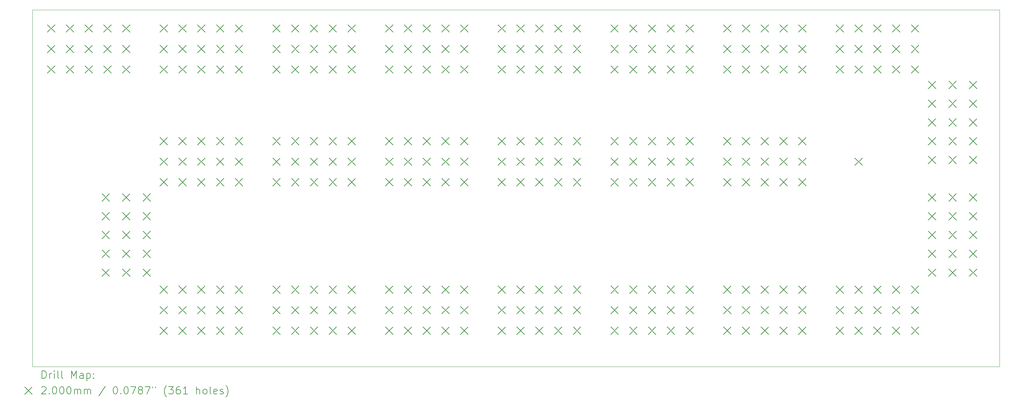
<source format=gbr>
%TF.GenerationSoftware,KiCad,Pcbnew,8.0.5*%
%TF.CreationDate,2024-12-08T15:38:28-05:00*%
%TF.ProjectId,Cribbage,43726962-6261-4676-952e-6b696361645f,rev?*%
%TF.SameCoordinates,Original*%
%TF.FileFunction,Drillmap*%
%TF.FilePolarity,Positive*%
%FSLAX45Y45*%
G04 Gerber Fmt 4.5, Leading zero omitted, Abs format (unit mm)*
G04 Created by KiCad (PCBNEW 8.0.5) date 2024-12-08 15:38:28*
%MOMM*%
%LPD*%
G01*
G04 APERTURE LIST*
%ADD10C,0.050000*%
%ADD11C,0.200000*%
G04 APERTURE END LIST*
D10*
X2000000Y-1955000D02*
X27750000Y-1955000D01*
X27750000Y-11455000D01*
X2000000Y-11455000D01*
X2000000Y-1955000D01*
D11*
X2400000Y-2355000D02*
X2600000Y-2555000D01*
X2600000Y-2355000D02*
X2400000Y-2555000D01*
X2400000Y-2900000D02*
X2600000Y-3100000D01*
X2600000Y-2900000D02*
X2400000Y-3100000D01*
X2400000Y-3445000D02*
X2600000Y-3645000D01*
X2600000Y-3445000D02*
X2400000Y-3645000D01*
X2900000Y-2355000D02*
X3100000Y-2555000D01*
X3100000Y-2355000D02*
X2900000Y-2555000D01*
X2900000Y-2900000D02*
X3100000Y-3100000D01*
X3100000Y-2900000D02*
X2900000Y-3100000D01*
X2900000Y-3445000D02*
X3100000Y-3645000D01*
X3100000Y-3445000D02*
X2900000Y-3645000D01*
X3400000Y-2355000D02*
X3600000Y-2555000D01*
X3600000Y-2355000D02*
X3400000Y-2555000D01*
X3400000Y-2900000D02*
X3600000Y-3100000D01*
X3600000Y-2900000D02*
X3400000Y-3100000D01*
X3400000Y-3445000D02*
X3600000Y-3645000D01*
X3600000Y-3445000D02*
X3400000Y-3645000D01*
X3855000Y-6855000D02*
X4055000Y-7055000D01*
X4055000Y-6855000D02*
X3855000Y-7055000D01*
X3855000Y-7355000D02*
X4055000Y-7555000D01*
X4055000Y-7355000D02*
X3855000Y-7555000D01*
X3855000Y-7855000D02*
X4055000Y-8055000D01*
X4055000Y-7855000D02*
X3855000Y-8055000D01*
X3855000Y-8355000D02*
X4055000Y-8555000D01*
X4055000Y-8355000D02*
X3855000Y-8555000D01*
X3855000Y-8855000D02*
X4055000Y-9055000D01*
X4055000Y-8855000D02*
X3855000Y-9055000D01*
X3900000Y-2355000D02*
X4100000Y-2555000D01*
X4100000Y-2355000D02*
X3900000Y-2555000D01*
X3900000Y-2900000D02*
X4100000Y-3100000D01*
X4100000Y-2900000D02*
X3900000Y-3100000D01*
X3900000Y-3445000D02*
X4100000Y-3645000D01*
X4100000Y-3445000D02*
X3900000Y-3645000D01*
X4400000Y-2355000D02*
X4600000Y-2555000D01*
X4600000Y-2355000D02*
X4400000Y-2555000D01*
X4400000Y-2900000D02*
X4600000Y-3100000D01*
X4600000Y-2900000D02*
X4400000Y-3100000D01*
X4400000Y-3445000D02*
X4600000Y-3645000D01*
X4600000Y-3445000D02*
X4400000Y-3645000D01*
X4400000Y-6855000D02*
X4600000Y-7055000D01*
X4600000Y-6855000D02*
X4400000Y-7055000D01*
X4400000Y-7355000D02*
X4600000Y-7555000D01*
X4600000Y-7355000D02*
X4400000Y-7555000D01*
X4400000Y-7855000D02*
X4600000Y-8055000D01*
X4600000Y-7855000D02*
X4400000Y-8055000D01*
X4400000Y-8355000D02*
X4600000Y-8555000D01*
X4600000Y-8355000D02*
X4400000Y-8555000D01*
X4400000Y-8855000D02*
X4600000Y-9055000D01*
X4600000Y-8855000D02*
X4400000Y-9055000D01*
X4945000Y-6855000D02*
X5145000Y-7055000D01*
X5145000Y-6855000D02*
X4945000Y-7055000D01*
X4945000Y-7355000D02*
X5145000Y-7555000D01*
X5145000Y-7355000D02*
X4945000Y-7555000D01*
X4945000Y-7855000D02*
X5145000Y-8055000D01*
X5145000Y-7855000D02*
X4945000Y-8055000D01*
X4945000Y-8355000D02*
X5145000Y-8555000D01*
X5145000Y-8355000D02*
X4945000Y-8555000D01*
X4945000Y-8855000D02*
X5145000Y-9055000D01*
X5145000Y-8855000D02*
X4945000Y-9055000D01*
X5400000Y-2355000D02*
X5600000Y-2555000D01*
X5600000Y-2355000D02*
X5400000Y-2555000D01*
X5400000Y-2900000D02*
X5600000Y-3100000D01*
X5600000Y-2900000D02*
X5400000Y-3100000D01*
X5400000Y-3445000D02*
X5600000Y-3645000D01*
X5600000Y-3445000D02*
X5400000Y-3645000D01*
X5400000Y-5355000D02*
X5600000Y-5555000D01*
X5600000Y-5355000D02*
X5400000Y-5555000D01*
X5400000Y-5900000D02*
X5600000Y-6100000D01*
X5600000Y-5900000D02*
X5400000Y-6100000D01*
X5400000Y-6445000D02*
X5600000Y-6645000D01*
X5600000Y-6445000D02*
X5400000Y-6645000D01*
X5400000Y-9310000D02*
X5600000Y-9510000D01*
X5600000Y-9310000D02*
X5400000Y-9510000D01*
X5400000Y-9855000D02*
X5600000Y-10055000D01*
X5600000Y-9855000D02*
X5400000Y-10055000D01*
X5400000Y-10400000D02*
X5600000Y-10600000D01*
X5600000Y-10400000D02*
X5400000Y-10600000D01*
X5900000Y-2355000D02*
X6100000Y-2555000D01*
X6100000Y-2355000D02*
X5900000Y-2555000D01*
X5900000Y-2900000D02*
X6100000Y-3100000D01*
X6100000Y-2900000D02*
X5900000Y-3100000D01*
X5900000Y-3445000D02*
X6100000Y-3645000D01*
X6100000Y-3445000D02*
X5900000Y-3645000D01*
X5900000Y-5355000D02*
X6100000Y-5555000D01*
X6100000Y-5355000D02*
X5900000Y-5555000D01*
X5900000Y-5900000D02*
X6100000Y-6100000D01*
X6100000Y-5900000D02*
X5900000Y-6100000D01*
X5900000Y-6445000D02*
X6100000Y-6645000D01*
X6100000Y-6445000D02*
X5900000Y-6645000D01*
X5900000Y-9310000D02*
X6100000Y-9510000D01*
X6100000Y-9310000D02*
X5900000Y-9510000D01*
X5900000Y-9855000D02*
X6100000Y-10055000D01*
X6100000Y-9855000D02*
X5900000Y-10055000D01*
X5900000Y-10400000D02*
X6100000Y-10600000D01*
X6100000Y-10400000D02*
X5900000Y-10600000D01*
X6400000Y-2355000D02*
X6600000Y-2555000D01*
X6600000Y-2355000D02*
X6400000Y-2555000D01*
X6400000Y-2900000D02*
X6600000Y-3100000D01*
X6600000Y-2900000D02*
X6400000Y-3100000D01*
X6400000Y-3445000D02*
X6600000Y-3645000D01*
X6600000Y-3445000D02*
X6400000Y-3645000D01*
X6400000Y-5355000D02*
X6600000Y-5555000D01*
X6600000Y-5355000D02*
X6400000Y-5555000D01*
X6400000Y-5900000D02*
X6600000Y-6100000D01*
X6600000Y-5900000D02*
X6400000Y-6100000D01*
X6400000Y-6445000D02*
X6600000Y-6645000D01*
X6600000Y-6445000D02*
X6400000Y-6645000D01*
X6400000Y-9310000D02*
X6600000Y-9510000D01*
X6600000Y-9310000D02*
X6400000Y-9510000D01*
X6400000Y-9855000D02*
X6600000Y-10055000D01*
X6600000Y-9855000D02*
X6400000Y-10055000D01*
X6400000Y-10400000D02*
X6600000Y-10600000D01*
X6600000Y-10400000D02*
X6400000Y-10600000D01*
X6900000Y-2355000D02*
X7100000Y-2555000D01*
X7100000Y-2355000D02*
X6900000Y-2555000D01*
X6900000Y-2900000D02*
X7100000Y-3100000D01*
X7100000Y-2900000D02*
X6900000Y-3100000D01*
X6900000Y-3445000D02*
X7100000Y-3645000D01*
X7100000Y-3445000D02*
X6900000Y-3645000D01*
X6900000Y-5355000D02*
X7100000Y-5555000D01*
X7100000Y-5355000D02*
X6900000Y-5555000D01*
X6900000Y-5900000D02*
X7100000Y-6100000D01*
X7100000Y-5900000D02*
X6900000Y-6100000D01*
X6900000Y-6445000D02*
X7100000Y-6645000D01*
X7100000Y-6445000D02*
X6900000Y-6645000D01*
X6900000Y-9310000D02*
X7100000Y-9510000D01*
X7100000Y-9310000D02*
X6900000Y-9510000D01*
X6900000Y-9855000D02*
X7100000Y-10055000D01*
X7100000Y-9855000D02*
X6900000Y-10055000D01*
X6900000Y-10400000D02*
X7100000Y-10600000D01*
X7100000Y-10400000D02*
X6900000Y-10600000D01*
X7400000Y-2355000D02*
X7600000Y-2555000D01*
X7600000Y-2355000D02*
X7400000Y-2555000D01*
X7400000Y-2900000D02*
X7600000Y-3100000D01*
X7600000Y-2900000D02*
X7400000Y-3100000D01*
X7400000Y-3445000D02*
X7600000Y-3645000D01*
X7600000Y-3445000D02*
X7400000Y-3645000D01*
X7400000Y-5355000D02*
X7600000Y-5555000D01*
X7600000Y-5355000D02*
X7400000Y-5555000D01*
X7400000Y-5900000D02*
X7600000Y-6100000D01*
X7600000Y-5900000D02*
X7400000Y-6100000D01*
X7400000Y-6445000D02*
X7600000Y-6645000D01*
X7600000Y-6445000D02*
X7400000Y-6645000D01*
X7400000Y-9310000D02*
X7600000Y-9510000D01*
X7600000Y-9310000D02*
X7400000Y-9510000D01*
X7400000Y-9855000D02*
X7600000Y-10055000D01*
X7600000Y-9855000D02*
X7400000Y-10055000D01*
X7400000Y-10400000D02*
X7600000Y-10600000D01*
X7600000Y-10400000D02*
X7400000Y-10600000D01*
X8400000Y-2355000D02*
X8600000Y-2555000D01*
X8600000Y-2355000D02*
X8400000Y-2555000D01*
X8400000Y-2900000D02*
X8600000Y-3100000D01*
X8600000Y-2900000D02*
X8400000Y-3100000D01*
X8400000Y-3445000D02*
X8600000Y-3645000D01*
X8600000Y-3445000D02*
X8400000Y-3645000D01*
X8400000Y-5355000D02*
X8600000Y-5555000D01*
X8600000Y-5355000D02*
X8400000Y-5555000D01*
X8400000Y-5900000D02*
X8600000Y-6100000D01*
X8600000Y-5900000D02*
X8400000Y-6100000D01*
X8400000Y-6445000D02*
X8600000Y-6645000D01*
X8600000Y-6445000D02*
X8400000Y-6645000D01*
X8400000Y-9310000D02*
X8600000Y-9510000D01*
X8600000Y-9310000D02*
X8400000Y-9510000D01*
X8400000Y-9855000D02*
X8600000Y-10055000D01*
X8600000Y-9855000D02*
X8400000Y-10055000D01*
X8400000Y-10400000D02*
X8600000Y-10600000D01*
X8600000Y-10400000D02*
X8400000Y-10600000D01*
X8900000Y-2355000D02*
X9100000Y-2555000D01*
X9100000Y-2355000D02*
X8900000Y-2555000D01*
X8900000Y-2900000D02*
X9100000Y-3100000D01*
X9100000Y-2900000D02*
X8900000Y-3100000D01*
X8900000Y-3445000D02*
X9100000Y-3645000D01*
X9100000Y-3445000D02*
X8900000Y-3645000D01*
X8900000Y-5355000D02*
X9100000Y-5555000D01*
X9100000Y-5355000D02*
X8900000Y-5555000D01*
X8900000Y-5900000D02*
X9100000Y-6100000D01*
X9100000Y-5900000D02*
X8900000Y-6100000D01*
X8900000Y-6445000D02*
X9100000Y-6645000D01*
X9100000Y-6445000D02*
X8900000Y-6645000D01*
X8900000Y-9310000D02*
X9100000Y-9510000D01*
X9100000Y-9310000D02*
X8900000Y-9510000D01*
X8900000Y-9855000D02*
X9100000Y-10055000D01*
X9100000Y-9855000D02*
X8900000Y-10055000D01*
X8900000Y-10400000D02*
X9100000Y-10600000D01*
X9100000Y-10400000D02*
X8900000Y-10600000D01*
X9400000Y-2355000D02*
X9600000Y-2555000D01*
X9600000Y-2355000D02*
X9400000Y-2555000D01*
X9400000Y-2900000D02*
X9600000Y-3100000D01*
X9600000Y-2900000D02*
X9400000Y-3100000D01*
X9400000Y-3445000D02*
X9600000Y-3645000D01*
X9600000Y-3445000D02*
X9400000Y-3645000D01*
X9400000Y-5355000D02*
X9600000Y-5555000D01*
X9600000Y-5355000D02*
X9400000Y-5555000D01*
X9400000Y-5900000D02*
X9600000Y-6100000D01*
X9600000Y-5900000D02*
X9400000Y-6100000D01*
X9400000Y-6445000D02*
X9600000Y-6645000D01*
X9600000Y-6445000D02*
X9400000Y-6645000D01*
X9400000Y-9310000D02*
X9600000Y-9510000D01*
X9600000Y-9310000D02*
X9400000Y-9510000D01*
X9400000Y-9855000D02*
X9600000Y-10055000D01*
X9600000Y-9855000D02*
X9400000Y-10055000D01*
X9400000Y-10400000D02*
X9600000Y-10600000D01*
X9600000Y-10400000D02*
X9400000Y-10600000D01*
X9900000Y-2355000D02*
X10100000Y-2555000D01*
X10100000Y-2355000D02*
X9900000Y-2555000D01*
X9900000Y-2900000D02*
X10100000Y-3100000D01*
X10100000Y-2900000D02*
X9900000Y-3100000D01*
X9900000Y-3445000D02*
X10100000Y-3645000D01*
X10100000Y-3445000D02*
X9900000Y-3645000D01*
X9900000Y-5355000D02*
X10100000Y-5555000D01*
X10100000Y-5355000D02*
X9900000Y-5555000D01*
X9900000Y-5900000D02*
X10100000Y-6100000D01*
X10100000Y-5900000D02*
X9900000Y-6100000D01*
X9900000Y-6445000D02*
X10100000Y-6645000D01*
X10100000Y-6445000D02*
X9900000Y-6645000D01*
X9900000Y-9310000D02*
X10100000Y-9510000D01*
X10100000Y-9310000D02*
X9900000Y-9510000D01*
X9900000Y-9855000D02*
X10100000Y-10055000D01*
X10100000Y-9855000D02*
X9900000Y-10055000D01*
X9900000Y-10400000D02*
X10100000Y-10600000D01*
X10100000Y-10400000D02*
X9900000Y-10600000D01*
X10400000Y-2355000D02*
X10600000Y-2555000D01*
X10600000Y-2355000D02*
X10400000Y-2555000D01*
X10400000Y-2900000D02*
X10600000Y-3100000D01*
X10600000Y-2900000D02*
X10400000Y-3100000D01*
X10400000Y-3445000D02*
X10600000Y-3645000D01*
X10600000Y-3445000D02*
X10400000Y-3645000D01*
X10400000Y-5355000D02*
X10600000Y-5555000D01*
X10600000Y-5355000D02*
X10400000Y-5555000D01*
X10400000Y-5900000D02*
X10600000Y-6100000D01*
X10600000Y-5900000D02*
X10400000Y-6100000D01*
X10400000Y-6445000D02*
X10600000Y-6645000D01*
X10600000Y-6445000D02*
X10400000Y-6645000D01*
X10400000Y-9310000D02*
X10600000Y-9510000D01*
X10600000Y-9310000D02*
X10400000Y-9510000D01*
X10400000Y-9855000D02*
X10600000Y-10055000D01*
X10600000Y-9855000D02*
X10400000Y-10055000D01*
X10400000Y-10400000D02*
X10600000Y-10600000D01*
X10600000Y-10400000D02*
X10400000Y-10600000D01*
X11400000Y-2355000D02*
X11600000Y-2555000D01*
X11600000Y-2355000D02*
X11400000Y-2555000D01*
X11400000Y-2900000D02*
X11600000Y-3100000D01*
X11600000Y-2900000D02*
X11400000Y-3100000D01*
X11400000Y-3445000D02*
X11600000Y-3645000D01*
X11600000Y-3445000D02*
X11400000Y-3645000D01*
X11400000Y-5355000D02*
X11600000Y-5555000D01*
X11600000Y-5355000D02*
X11400000Y-5555000D01*
X11400000Y-5900000D02*
X11600000Y-6100000D01*
X11600000Y-5900000D02*
X11400000Y-6100000D01*
X11400000Y-6445000D02*
X11600000Y-6645000D01*
X11600000Y-6445000D02*
X11400000Y-6645000D01*
X11400000Y-9310000D02*
X11600000Y-9510000D01*
X11600000Y-9310000D02*
X11400000Y-9510000D01*
X11400000Y-9855000D02*
X11600000Y-10055000D01*
X11600000Y-9855000D02*
X11400000Y-10055000D01*
X11400000Y-10400000D02*
X11600000Y-10600000D01*
X11600000Y-10400000D02*
X11400000Y-10600000D01*
X11900000Y-2355000D02*
X12100000Y-2555000D01*
X12100000Y-2355000D02*
X11900000Y-2555000D01*
X11900000Y-2900000D02*
X12100000Y-3100000D01*
X12100000Y-2900000D02*
X11900000Y-3100000D01*
X11900000Y-3445000D02*
X12100000Y-3645000D01*
X12100000Y-3445000D02*
X11900000Y-3645000D01*
X11900000Y-5355000D02*
X12100000Y-5555000D01*
X12100000Y-5355000D02*
X11900000Y-5555000D01*
X11900000Y-5900000D02*
X12100000Y-6100000D01*
X12100000Y-5900000D02*
X11900000Y-6100000D01*
X11900000Y-6445000D02*
X12100000Y-6645000D01*
X12100000Y-6445000D02*
X11900000Y-6645000D01*
X11900000Y-9310000D02*
X12100000Y-9510000D01*
X12100000Y-9310000D02*
X11900000Y-9510000D01*
X11900000Y-9855000D02*
X12100000Y-10055000D01*
X12100000Y-9855000D02*
X11900000Y-10055000D01*
X11900000Y-10400000D02*
X12100000Y-10600000D01*
X12100000Y-10400000D02*
X11900000Y-10600000D01*
X12400000Y-2355000D02*
X12600000Y-2555000D01*
X12600000Y-2355000D02*
X12400000Y-2555000D01*
X12400000Y-2900000D02*
X12600000Y-3100000D01*
X12600000Y-2900000D02*
X12400000Y-3100000D01*
X12400000Y-3445000D02*
X12600000Y-3645000D01*
X12600000Y-3445000D02*
X12400000Y-3645000D01*
X12400000Y-5355000D02*
X12600000Y-5555000D01*
X12600000Y-5355000D02*
X12400000Y-5555000D01*
X12400000Y-5900000D02*
X12600000Y-6100000D01*
X12600000Y-5900000D02*
X12400000Y-6100000D01*
X12400000Y-6445000D02*
X12600000Y-6645000D01*
X12600000Y-6445000D02*
X12400000Y-6645000D01*
X12400000Y-9310000D02*
X12600000Y-9510000D01*
X12600000Y-9310000D02*
X12400000Y-9510000D01*
X12400000Y-9855000D02*
X12600000Y-10055000D01*
X12600000Y-9855000D02*
X12400000Y-10055000D01*
X12400000Y-10400000D02*
X12600000Y-10600000D01*
X12600000Y-10400000D02*
X12400000Y-10600000D01*
X12900000Y-2355000D02*
X13100000Y-2555000D01*
X13100000Y-2355000D02*
X12900000Y-2555000D01*
X12900000Y-2900000D02*
X13100000Y-3100000D01*
X13100000Y-2900000D02*
X12900000Y-3100000D01*
X12900000Y-3445000D02*
X13100000Y-3645000D01*
X13100000Y-3445000D02*
X12900000Y-3645000D01*
X12900000Y-5355000D02*
X13100000Y-5555000D01*
X13100000Y-5355000D02*
X12900000Y-5555000D01*
X12900000Y-5900000D02*
X13100000Y-6100000D01*
X13100000Y-5900000D02*
X12900000Y-6100000D01*
X12900000Y-6445000D02*
X13100000Y-6645000D01*
X13100000Y-6445000D02*
X12900000Y-6645000D01*
X12900000Y-9310000D02*
X13100000Y-9510000D01*
X13100000Y-9310000D02*
X12900000Y-9510000D01*
X12900000Y-9855000D02*
X13100000Y-10055000D01*
X13100000Y-9855000D02*
X12900000Y-10055000D01*
X12900000Y-10400000D02*
X13100000Y-10600000D01*
X13100000Y-10400000D02*
X12900000Y-10600000D01*
X13400000Y-2355000D02*
X13600000Y-2555000D01*
X13600000Y-2355000D02*
X13400000Y-2555000D01*
X13400000Y-2900000D02*
X13600000Y-3100000D01*
X13600000Y-2900000D02*
X13400000Y-3100000D01*
X13400000Y-3445000D02*
X13600000Y-3645000D01*
X13600000Y-3445000D02*
X13400000Y-3645000D01*
X13400000Y-5355000D02*
X13600000Y-5555000D01*
X13600000Y-5355000D02*
X13400000Y-5555000D01*
X13400000Y-5900000D02*
X13600000Y-6100000D01*
X13600000Y-5900000D02*
X13400000Y-6100000D01*
X13400000Y-6445000D02*
X13600000Y-6645000D01*
X13600000Y-6445000D02*
X13400000Y-6645000D01*
X13400000Y-9310000D02*
X13600000Y-9510000D01*
X13600000Y-9310000D02*
X13400000Y-9510000D01*
X13400000Y-9855000D02*
X13600000Y-10055000D01*
X13600000Y-9855000D02*
X13400000Y-10055000D01*
X13400000Y-10400000D02*
X13600000Y-10600000D01*
X13600000Y-10400000D02*
X13400000Y-10600000D01*
X14400000Y-2355000D02*
X14600000Y-2555000D01*
X14600000Y-2355000D02*
X14400000Y-2555000D01*
X14400000Y-2900000D02*
X14600000Y-3100000D01*
X14600000Y-2900000D02*
X14400000Y-3100000D01*
X14400000Y-3445000D02*
X14600000Y-3645000D01*
X14600000Y-3445000D02*
X14400000Y-3645000D01*
X14400000Y-5355000D02*
X14600000Y-5555000D01*
X14600000Y-5355000D02*
X14400000Y-5555000D01*
X14400000Y-5900000D02*
X14600000Y-6100000D01*
X14600000Y-5900000D02*
X14400000Y-6100000D01*
X14400000Y-6445000D02*
X14600000Y-6645000D01*
X14600000Y-6445000D02*
X14400000Y-6645000D01*
X14400000Y-9310000D02*
X14600000Y-9510000D01*
X14600000Y-9310000D02*
X14400000Y-9510000D01*
X14400000Y-9855000D02*
X14600000Y-10055000D01*
X14600000Y-9855000D02*
X14400000Y-10055000D01*
X14400000Y-10400000D02*
X14600000Y-10600000D01*
X14600000Y-10400000D02*
X14400000Y-10600000D01*
X14900000Y-2355000D02*
X15100000Y-2555000D01*
X15100000Y-2355000D02*
X14900000Y-2555000D01*
X14900000Y-2900000D02*
X15100000Y-3100000D01*
X15100000Y-2900000D02*
X14900000Y-3100000D01*
X14900000Y-3445000D02*
X15100000Y-3645000D01*
X15100000Y-3445000D02*
X14900000Y-3645000D01*
X14900000Y-5355000D02*
X15100000Y-5555000D01*
X15100000Y-5355000D02*
X14900000Y-5555000D01*
X14900000Y-5900000D02*
X15100000Y-6100000D01*
X15100000Y-5900000D02*
X14900000Y-6100000D01*
X14900000Y-6445000D02*
X15100000Y-6645000D01*
X15100000Y-6445000D02*
X14900000Y-6645000D01*
X14900000Y-9310000D02*
X15100000Y-9510000D01*
X15100000Y-9310000D02*
X14900000Y-9510000D01*
X14900000Y-9855000D02*
X15100000Y-10055000D01*
X15100000Y-9855000D02*
X14900000Y-10055000D01*
X14900000Y-10400000D02*
X15100000Y-10600000D01*
X15100000Y-10400000D02*
X14900000Y-10600000D01*
X15400000Y-2355000D02*
X15600000Y-2555000D01*
X15600000Y-2355000D02*
X15400000Y-2555000D01*
X15400000Y-2900000D02*
X15600000Y-3100000D01*
X15600000Y-2900000D02*
X15400000Y-3100000D01*
X15400000Y-3445000D02*
X15600000Y-3645000D01*
X15600000Y-3445000D02*
X15400000Y-3645000D01*
X15400000Y-5355000D02*
X15600000Y-5555000D01*
X15600000Y-5355000D02*
X15400000Y-5555000D01*
X15400000Y-5900000D02*
X15600000Y-6100000D01*
X15600000Y-5900000D02*
X15400000Y-6100000D01*
X15400000Y-6445000D02*
X15600000Y-6645000D01*
X15600000Y-6445000D02*
X15400000Y-6645000D01*
X15400000Y-9310000D02*
X15600000Y-9510000D01*
X15600000Y-9310000D02*
X15400000Y-9510000D01*
X15400000Y-9855000D02*
X15600000Y-10055000D01*
X15600000Y-9855000D02*
X15400000Y-10055000D01*
X15400000Y-10400000D02*
X15600000Y-10600000D01*
X15600000Y-10400000D02*
X15400000Y-10600000D01*
X15900000Y-2355000D02*
X16100000Y-2555000D01*
X16100000Y-2355000D02*
X15900000Y-2555000D01*
X15900000Y-2900000D02*
X16100000Y-3100000D01*
X16100000Y-2900000D02*
X15900000Y-3100000D01*
X15900000Y-3445000D02*
X16100000Y-3645000D01*
X16100000Y-3445000D02*
X15900000Y-3645000D01*
X15900000Y-5355000D02*
X16100000Y-5555000D01*
X16100000Y-5355000D02*
X15900000Y-5555000D01*
X15900000Y-5900000D02*
X16100000Y-6100000D01*
X16100000Y-5900000D02*
X15900000Y-6100000D01*
X15900000Y-6445000D02*
X16100000Y-6645000D01*
X16100000Y-6445000D02*
X15900000Y-6645000D01*
X15900000Y-9310000D02*
X16100000Y-9510000D01*
X16100000Y-9310000D02*
X15900000Y-9510000D01*
X15900000Y-9855000D02*
X16100000Y-10055000D01*
X16100000Y-9855000D02*
X15900000Y-10055000D01*
X15900000Y-10400000D02*
X16100000Y-10600000D01*
X16100000Y-10400000D02*
X15900000Y-10600000D01*
X16400000Y-2355000D02*
X16600000Y-2555000D01*
X16600000Y-2355000D02*
X16400000Y-2555000D01*
X16400000Y-2900000D02*
X16600000Y-3100000D01*
X16600000Y-2900000D02*
X16400000Y-3100000D01*
X16400000Y-3445000D02*
X16600000Y-3645000D01*
X16600000Y-3445000D02*
X16400000Y-3645000D01*
X16400000Y-5355000D02*
X16600000Y-5555000D01*
X16600000Y-5355000D02*
X16400000Y-5555000D01*
X16400000Y-5900000D02*
X16600000Y-6100000D01*
X16600000Y-5900000D02*
X16400000Y-6100000D01*
X16400000Y-6445000D02*
X16600000Y-6645000D01*
X16600000Y-6445000D02*
X16400000Y-6645000D01*
X16400000Y-9310000D02*
X16600000Y-9510000D01*
X16600000Y-9310000D02*
X16400000Y-9510000D01*
X16400000Y-9855000D02*
X16600000Y-10055000D01*
X16600000Y-9855000D02*
X16400000Y-10055000D01*
X16400000Y-10400000D02*
X16600000Y-10600000D01*
X16600000Y-10400000D02*
X16400000Y-10600000D01*
X17400000Y-2355000D02*
X17600000Y-2555000D01*
X17600000Y-2355000D02*
X17400000Y-2555000D01*
X17400000Y-2900000D02*
X17600000Y-3100000D01*
X17600000Y-2900000D02*
X17400000Y-3100000D01*
X17400000Y-3445000D02*
X17600000Y-3645000D01*
X17600000Y-3445000D02*
X17400000Y-3645000D01*
X17400000Y-5355000D02*
X17600000Y-5555000D01*
X17600000Y-5355000D02*
X17400000Y-5555000D01*
X17400000Y-5900000D02*
X17600000Y-6100000D01*
X17600000Y-5900000D02*
X17400000Y-6100000D01*
X17400000Y-6445000D02*
X17600000Y-6645000D01*
X17600000Y-6445000D02*
X17400000Y-6645000D01*
X17400000Y-9310000D02*
X17600000Y-9510000D01*
X17600000Y-9310000D02*
X17400000Y-9510000D01*
X17400000Y-9855000D02*
X17600000Y-10055000D01*
X17600000Y-9855000D02*
X17400000Y-10055000D01*
X17400000Y-10400000D02*
X17600000Y-10600000D01*
X17600000Y-10400000D02*
X17400000Y-10600000D01*
X17900000Y-2355000D02*
X18100000Y-2555000D01*
X18100000Y-2355000D02*
X17900000Y-2555000D01*
X17900000Y-2900000D02*
X18100000Y-3100000D01*
X18100000Y-2900000D02*
X17900000Y-3100000D01*
X17900000Y-3445000D02*
X18100000Y-3645000D01*
X18100000Y-3445000D02*
X17900000Y-3645000D01*
X17900000Y-5355000D02*
X18100000Y-5555000D01*
X18100000Y-5355000D02*
X17900000Y-5555000D01*
X17900000Y-5900000D02*
X18100000Y-6100000D01*
X18100000Y-5900000D02*
X17900000Y-6100000D01*
X17900000Y-6445000D02*
X18100000Y-6645000D01*
X18100000Y-6445000D02*
X17900000Y-6645000D01*
X17900000Y-9310000D02*
X18100000Y-9510000D01*
X18100000Y-9310000D02*
X17900000Y-9510000D01*
X17900000Y-9855000D02*
X18100000Y-10055000D01*
X18100000Y-9855000D02*
X17900000Y-10055000D01*
X17900000Y-10400000D02*
X18100000Y-10600000D01*
X18100000Y-10400000D02*
X17900000Y-10600000D01*
X18400000Y-2355000D02*
X18600000Y-2555000D01*
X18600000Y-2355000D02*
X18400000Y-2555000D01*
X18400000Y-2900000D02*
X18600000Y-3100000D01*
X18600000Y-2900000D02*
X18400000Y-3100000D01*
X18400000Y-3445000D02*
X18600000Y-3645000D01*
X18600000Y-3445000D02*
X18400000Y-3645000D01*
X18400000Y-5355000D02*
X18600000Y-5555000D01*
X18600000Y-5355000D02*
X18400000Y-5555000D01*
X18400000Y-5900000D02*
X18600000Y-6100000D01*
X18600000Y-5900000D02*
X18400000Y-6100000D01*
X18400000Y-6445000D02*
X18600000Y-6645000D01*
X18600000Y-6445000D02*
X18400000Y-6645000D01*
X18400000Y-9310000D02*
X18600000Y-9510000D01*
X18600000Y-9310000D02*
X18400000Y-9510000D01*
X18400000Y-9855000D02*
X18600000Y-10055000D01*
X18600000Y-9855000D02*
X18400000Y-10055000D01*
X18400000Y-10400000D02*
X18600000Y-10600000D01*
X18600000Y-10400000D02*
X18400000Y-10600000D01*
X18900000Y-2355000D02*
X19100000Y-2555000D01*
X19100000Y-2355000D02*
X18900000Y-2555000D01*
X18900000Y-2900000D02*
X19100000Y-3100000D01*
X19100000Y-2900000D02*
X18900000Y-3100000D01*
X18900000Y-3445000D02*
X19100000Y-3645000D01*
X19100000Y-3445000D02*
X18900000Y-3645000D01*
X18900000Y-5355000D02*
X19100000Y-5555000D01*
X19100000Y-5355000D02*
X18900000Y-5555000D01*
X18900000Y-5900000D02*
X19100000Y-6100000D01*
X19100000Y-5900000D02*
X18900000Y-6100000D01*
X18900000Y-6445000D02*
X19100000Y-6645000D01*
X19100000Y-6445000D02*
X18900000Y-6645000D01*
X18900000Y-9310000D02*
X19100000Y-9510000D01*
X19100000Y-9310000D02*
X18900000Y-9510000D01*
X18900000Y-9855000D02*
X19100000Y-10055000D01*
X19100000Y-9855000D02*
X18900000Y-10055000D01*
X18900000Y-10400000D02*
X19100000Y-10600000D01*
X19100000Y-10400000D02*
X18900000Y-10600000D01*
X19400000Y-2355000D02*
X19600000Y-2555000D01*
X19600000Y-2355000D02*
X19400000Y-2555000D01*
X19400000Y-2900000D02*
X19600000Y-3100000D01*
X19600000Y-2900000D02*
X19400000Y-3100000D01*
X19400000Y-3445000D02*
X19600000Y-3645000D01*
X19600000Y-3445000D02*
X19400000Y-3645000D01*
X19400000Y-5355000D02*
X19600000Y-5555000D01*
X19600000Y-5355000D02*
X19400000Y-5555000D01*
X19400000Y-5900000D02*
X19600000Y-6100000D01*
X19600000Y-5900000D02*
X19400000Y-6100000D01*
X19400000Y-6445000D02*
X19600000Y-6645000D01*
X19600000Y-6445000D02*
X19400000Y-6645000D01*
X19400000Y-9310000D02*
X19600000Y-9510000D01*
X19600000Y-9310000D02*
X19400000Y-9510000D01*
X19400000Y-9855000D02*
X19600000Y-10055000D01*
X19600000Y-9855000D02*
X19400000Y-10055000D01*
X19400000Y-10400000D02*
X19600000Y-10600000D01*
X19600000Y-10400000D02*
X19400000Y-10600000D01*
X20400000Y-2355000D02*
X20600000Y-2555000D01*
X20600000Y-2355000D02*
X20400000Y-2555000D01*
X20400000Y-2900000D02*
X20600000Y-3100000D01*
X20600000Y-2900000D02*
X20400000Y-3100000D01*
X20400000Y-3445000D02*
X20600000Y-3645000D01*
X20600000Y-3445000D02*
X20400000Y-3645000D01*
X20400000Y-5355000D02*
X20600000Y-5555000D01*
X20600000Y-5355000D02*
X20400000Y-5555000D01*
X20400000Y-5900000D02*
X20600000Y-6100000D01*
X20600000Y-5900000D02*
X20400000Y-6100000D01*
X20400000Y-6445000D02*
X20600000Y-6645000D01*
X20600000Y-6445000D02*
X20400000Y-6645000D01*
X20400000Y-9310000D02*
X20600000Y-9510000D01*
X20600000Y-9310000D02*
X20400000Y-9510000D01*
X20400000Y-9855000D02*
X20600000Y-10055000D01*
X20600000Y-9855000D02*
X20400000Y-10055000D01*
X20400000Y-10400000D02*
X20600000Y-10600000D01*
X20600000Y-10400000D02*
X20400000Y-10600000D01*
X20900000Y-2355000D02*
X21100000Y-2555000D01*
X21100000Y-2355000D02*
X20900000Y-2555000D01*
X20900000Y-2900000D02*
X21100000Y-3100000D01*
X21100000Y-2900000D02*
X20900000Y-3100000D01*
X20900000Y-3445000D02*
X21100000Y-3645000D01*
X21100000Y-3445000D02*
X20900000Y-3645000D01*
X20900000Y-5355000D02*
X21100000Y-5555000D01*
X21100000Y-5355000D02*
X20900000Y-5555000D01*
X20900000Y-5900000D02*
X21100000Y-6100000D01*
X21100000Y-5900000D02*
X20900000Y-6100000D01*
X20900000Y-6445000D02*
X21100000Y-6645000D01*
X21100000Y-6445000D02*
X20900000Y-6645000D01*
X20900000Y-9310000D02*
X21100000Y-9510000D01*
X21100000Y-9310000D02*
X20900000Y-9510000D01*
X20900000Y-9855000D02*
X21100000Y-10055000D01*
X21100000Y-9855000D02*
X20900000Y-10055000D01*
X20900000Y-10400000D02*
X21100000Y-10600000D01*
X21100000Y-10400000D02*
X20900000Y-10600000D01*
X21400000Y-2355000D02*
X21600000Y-2555000D01*
X21600000Y-2355000D02*
X21400000Y-2555000D01*
X21400000Y-2900000D02*
X21600000Y-3100000D01*
X21600000Y-2900000D02*
X21400000Y-3100000D01*
X21400000Y-3445000D02*
X21600000Y-3645000D01*
X21600000Y-3445000D02*
X21400000Y-3645000D01*
X21400000Y-5355000D02*
X21600000Y-5555000D01*
X21600000Y-5355000D02*
X21400000Y-5555000D01*
X21400000Y-5900000D02*
X21600000Y-6100000D01*
X21600000Y-5900000D02*
X21400000Y-6100000D01*
X21400000Y-6445000D02*
X21600000Y-6645000D01*
X21600000Y-6445000D02*
X21400000Y-6645000D01*
X21400000Y-9310000D02*
X21600000Y-9510000D01*
X21600000Y-9310000D02*
X21400000Y-9510000D01*
X21400000Y-9855000D02*
X21600000Y-10055000D01*
X21600000Y-9855000D02*
X21400000Y-10055000D01*
X21400000Y-10400000D02*
X21600000Y-10600000D01*
X21600000Y-10400000D02*
X21400000Y-10600000D01*
X21900000Y-2355000D02*
X22100000Y-2555000D01*
X22100000Y-2355000D02*
X21900000Y-2555000D01*
X21900000Y-2900000D02*
X22100000Y-3100000D01*
X22100000Y-2900000D02*
X21900000Y-3100000D01*
X21900000Y-3445000D02*
X22100000Y-3645000D01*
X22100000Y-3445000D02*
X21900000Y-3645000D01*
X21900000Y-5355000D02*
X22100000Y-5555000D01*
X22100000Y-5355000D02*
X21900000Y-5555000D01*
X21900000Y-5900000D02*
X22100000Y-6100000D01*
X22100000Y-5900000D02*
X21900000Y-6100000D01*
X21900000Y-6445000D02*
X22100000Y-6645000D01*
X22100000Y-6445000D02*
X21900000Y-6645000D01*
X21900000Y-9310000D02*
X22100000Y-9510000D01*
X22100000Y-9310000D02*
X21900000Y-9510000D01*
X21900000Y-9855000D02*
X22100000Y-10055000D01*
X22100000Y-9855000D02*
X21900000Y-10055000D01*
X21900000Y-10400000D02*
X22100000Y-10600000D01*
X22100000Y-10400000D02*
X21900000Y-10600000D01*
X22400000Y-2355000D02*
X22600000Y-2555000D01*
X22600000Y-2355000D02*
X22400000Y-2555000D01*
X22400000Y-2900000D02*
X22600000Y-3100000D01*
X22600000Y-2900000D02*
X22400000Y-3100000D01*
X22400000Y-3445000D02*
X22600000Y-3645000D01*
X22600000Y-3445000D02*
X22400000Y-3645000D01*
X22400000Y-5355000D02*
X22600000Y-5555000D01*
X22600000Y-5355000D02*
X22400000Y-5555000D01*
X22400000Y-5900000D02*
X22600000Y-6100000D01*
X22600000Y-5900000D02*
X22400000Y-6100000D01*
X22400000Y-6445000D02*
X22600000Y-6645000D01*
X22600000Y-6445000D02*
X22400000Y-6645000D01*
X22400000Y-9310000D02*
X22600000Y-9510000D01*
X22600000Y-9310000D02*
X22400000Y-9510000D01*
X22400000Y-9855000D02*
X22600000Y-10055000D01*
X22600000Y-9855000D02*
X22400000Y-10055000D01*
X22400000Y-10400000D02*
X22600000Y-10600000D01*
X22600000Y-10400000D02*
X22400000Y-10600000D01*
X23400000Y-2355000D02*
X23600000Y-2555000D01*
X23600000Y-2355000D02*
X23400000Y-2555000D01*
X23400000Y-2900000D02*
X23600000Y-3100000D01*
X23600000Y-2900000D02*
X23400000Y-3100000D01*
X23400000Y-3445000D02*
X23600000Y-3645000D01*
X23600000Y-3445000D02*
X23400000Y-3645000D01*
X23400000Y-9310000D02*
X23600000Y-9510000D01*
X23600000Y-9310000D02*
X23400000Y-9510000D01*
X23400000Y-9855000D02*
X23600000Y-10055000D01*
X23600000Y-9855000D02*
X23400000Y-10055000D01*
X23400000Y-10400000D02*
X23600000Y-10600000D01*
X23600000Y-10400000D02*
X23400000Y-10600000D01*
X23900000Y-2355000D02*
X24100000Y-2555000D01*
X24100000Y-2355000D02*
X23900000Y-2555000D01*
X23900000Y-2900000D02*
X24100000Y-3100000D01*
X24100000Y-2900000D02*
X23900000Y-3100000D01*
X23900000Y-3445000D02*
X24100000Y-3645000D01*
X24100000Y-3445000D02*
X23900000Y-3645000D01*
X23900000Y-5900000D02*
X24100000Y-6100000D01*
X24100000Y-5900000D02*
X23900000Y-6100000D01*
X23900000Y-9310000D02*
X24100000Y-9510000D01*
X24100000Y-9310000D02*
X23900000Y-9510000D01*
X23900000Y-9855000D02*
X24100000Y-10055000D01*
X24100000Y-9855000D02*
X23900000Y-10055000D01*
X23900000Y-10400000D02*
X24100000Y-10600000D01*
X24100000Y-10400000D02*
X23900000Y-10600000D01*
X24400000Y-2355000D02*
X24600000Y-2555000D01*
X24600000Y-2355000D02*
X24400000Y-2555000D01*
X24400000Y-2900000D02*
X24600000Y-3100000D01*
X24600000Y-2900000D02*
X24400000Y-3100000D01*
X24400000Y-3445000D02*
X24600000Y-3645000D01*
X24600000Y-3445000D02*
X24400000Y-3645000D01*
X24400000Y-9310000D02*
X24600000Y-9510000D01*
X24600000Y-9310000D02*
X24400000Y-9510000D01*
X24400000Y-9855000D02*
X24600000Y-10055000D01*
X24600000Y-9855000D02*
X24400000Y-10055000D01*
X24400000Y-10400000D02*
X24600000Y-10600000D01*
X24600000Y-10400000D02*
X24400000Y-10600000D01*
X24900000Y-2355000D02*
X25100000Y-2555000D01*
X25100000Y-2355000D02*
X24900000Y-2555000D01*
X24900000Y-2900000D02*
X25100000Y-3100000D01*
X25100000Y-2900000D02*
X24900000Y-3100000D01*
X24900000Y-3445000D02*
X25100000Y-3645000D01*
X25100000Y-3445000D02*
X24900000Y-3645000D01*
X24900000Y-9310000D02*
X25100000Y-9510000D01*
X25100000Y-9310000D02*
X24900000Y-9510000D01*
X24900000Y-9855000D02*
X25100000Y-10055000D01*
X25100000Y-9855000D02*
X24900000Y-10055000D01*
X24900000Y-10400000D02*
X25100000Y-10600000D01*
X25100000Y-10400000D02*
X24900000Y-10600000D01*
X25400000Y-2355000D02*
X25600000Y-2555000D01*
X25600000Y-2355000D02*
X25400000Y-2555000D01*
X25400000Y-2900000D02*
X25600000Y-3100000D01*
X25600000Y-2900000D02*
X25400000Y-3100000D01*
X25400000Y-3445000D02*
X25600000Y-3645000D01*
X25600000Y-3445000D02*
X25400000Y-3645000D01*
X25400000Y-9310000D02*
X25600000Y-9510000D01*
X25600000Y-9310000D02*
X25400000Y-9510000D01*
X25400000Y-9855000D02*
X25600000Y-10055000D01*
X25600000Y-9855000D02*
X25400000Y-10055000D01*
X25400000Y-10400000D02*
X25600000Y-10600000D01*
X25600000Y-10400000D02*
X25400000Y-10600000D01*
X25855000Y-3855000D02*
X26055000Y-4055000D01*
X26055000Y-3855000D02*
X25855000Y-4055000D01*
X25855000Y-4355000D02*
X26055000Y-4555000D01*
X26055000Y-4355000D02*
X25855000Y-4555000D01*
X25855000Y-4855000D02*
X26055000Y-5055000D01*
X26055000Y-4855000D02*
X25855000Y-5055000D01*
X25855000Y-5355000D02*
X26055000Y-5555000D01*
X26055000Y-5355000D02*
X25855000Y-5555000D01*
X25855000Y-5855000D02*
X26055000Y-6055000D01*
X26055000Y-5855000D02*
X25855000Y-6055000D01*
X25855000Y-6855000D02*
X26055000Y-7055000D01*
X26055000Y-6855000D02*
X25855000Y-7055000D01*
X25855000Y-7355000D02*
X26055000Y-7555000D01*
X26055000Y-7355000D02*
X25855000Y-7555000D01*
X25855000Y-7855000D02*
X26055000Y-8055000D01*
X26055000Y-7855000D02*
X25855000Y-8055000D01*
X25855000Y-8355000D02*
X26055000Y-8555000D01*
X26055000Y-8355000D02*
X25855000Y-8555000D01*
X25855000Y-8855000D02*
X26055000Y-9055000D01*
X26055000Y-8855000D02*
X25855000Y-9055000D01*
X26400000Y-3855000D02*
X26600000Y-4055000D01*
X26600000Y-3855000D02*
X26400000Y-4055000D01*
X26400000Y-4355000D02*
X26600000Y-4555000D01*
X26600000Y-4355000D02*
X26400000Y-4555000D01*
X26400000Y-4855000D02*
X26600000Y-5055000D01*
X26600000Y-4855000D02*
X26400000Y-5055000D01*
X26400000Y-5355000D02*
X26600000Y-5555000D01*
X26600000Y-5355000D02*
X26400000Y-5555000D01*
X26400000Y-5855000D02*
X26600000Y-6055000D01*
X26600000Y-5855000D02*
X26400000Y-6055000D01*
X26400000Y-6855000D02*
X26600000Y-7055000D01*
X26600000Y-6855000D02*
X26400000Y-7055000D01*
X26400000Y-7355000D02*
X26600000Y-7555000D01*
X26600000Y-7355000D02*
X26400000Y-7555000D01*
X26400000Y-7855000D02*
X26600000Y-8055000D01*
X26600000Y-7855000D02*
X26400000Y-8055000D01*
X26400000Y-8355000D02*
X26600000Y-8555000D01*
X26600000Y-8355000D02*
X26400000Y-8555000D01*
X26400000Y-8855000D02*
X26600000Y-9055000D01*
X26600000Y-8855000D02*
X26400000Y-9055000D01*
X26945000Y-3855000D02*
X27145000Y-4055000D01*
X27145000Y-3855000D02*
X26945000Y-4055000D01*
X26945000Y-4355000D02*
X27145000Y-4555000D01*
X27145000Y-4355000D02*
X26945000Y-4555000D01*
X26945000Y-4855000D02*
X27145000Y-5055000D01*
X27145000Y-4855000D02*
X26945000Y-5055000D01*
X26945000Y-5355000D02*
X27145000Y-5555000D01*
X27145000Y-5355000D02*
X26945000Y-5555000D01*
X26945000Y-5855000D02*
X27145000Y-6055000D01*
X27145000Y-5855000D02*
X26945000Y-6055000D01*
X26945000Y-6855000D02*
X27145000Y-7055000D01*
X27145000Y-6855000D02*
X26945000Y-7055000D01*
X26945000Y-7355000D02*
X27145000Y-7555000D01*
X27145000Y-7355000D02*
X26945000Y-7555000D01*
X26945000Y-7855000D02*
X27145000Y-8055000D01*
X27145000Y-7855000D02*
X26945000Y-8055000D01*
X26945000Y-8355000D02*
X27145000Y-8555000D01*
X27145000Y-8355000D02*
X26945000Y-8555000D01*
X26945000Y-8855000D02*
X27145000Y-9055000D01*
X27145000Y-8855000D02*
X26945000Y-9055000D01*
X2258277Y-11768984D02*
X2258277Y-11568984D01*
X2258277Y-11568984D02*
X2305896Y-11568984D01*
X2305896Y-11568984D02*
X2334467Y-11578508D01*
X2334467Y-11578508D02*
X2353515Y-11597555D01*
X2353515Y-11597555D02*
X2363039Y-11616603D01*
X2363039Y-11616603D02*
X2372563Y-11654698D01*
X2372563Y-11654698D02*
X2372563Y-11683269D01*
X2372563Y-11683269D02*
X2363039Y-11721365D01*
X2363039Y-11721365D02*
X2353515Y-11740412D01*
X2353515Y-11740412D02*
X2334467Y-11759460D01*
X2334467Y-11759460D02*
X2305896Y-11768984D01*
X2305896Y-11768984D02*
X2258277Y-11768984D01*
X2458277Y-11768984D02*
X2458277Y-11635650D01*
X2458277Y-11673746D02*
X2467801Y-11654698D01*
X2467801Y-11654698D02*
X2477324Y-11645174D01*
X2477324Y-11645174D02*
X2496372Y-11635650D01*
X2496372Y-11635650D02*
X2515420Y-11635650D01*
X2582086Y-11768984D02*
X2582086Y-11635650D01*
X2582086Y-11568984D02*
X2572563Y-11578508D01*
X2572563Y-11578508D02*
X2582086Y-11588031D01*
X2582086Y-11588031D02*
X2591610Y-11578508D01*
X2591610Y-11578508D02*
X2582086Y-11568984D01*
X2582086Y-11568984D02*
X2582086Y-11588031D01*
X2705896Y-11768984D02*
X2686848Y-11759460D01*
X2686848Y-11759460D02*
X2677324Y-11740412D01*
X2677324Y-11740412D02*
X2677324Y-11568984D01*
X2810658Y-11768984D02*
X2791610Y-11759460D01*
X2791610Y-11759460D02*
X2782086Y-11740412D01*
X2782086Y-11740412D02*
X2782086Y-11568984D01*
X3039229Y-11768984D02*
X3039229Y-11568984D01*
X3039229Y-11568984D02*
X3105896Y-11711841D01*
X3105896Y-11711841D02*
X3172562Y-11568984D01*
X3172562Y-11568984D02*
X3172562Y-11768984D01*
X3353515Y-11768984D02*
X3353515Y-11664222D01*
X3353515Y-11664222D02*
X3343991Y-11645174D01*
X3343991Y-11645174D02*
X3324943Y-11635650D01*
X3324943Y-11635650D02*
X3286848Y-11635650D01*
X3286848Y-11635650D02*
X3267801Y-11645174D01*
X3353515Y-11759460D02*
X3334467Y-11768984D01*
X3334467Y-11768984D02*
X3286848Y-11768984D01*
X3286848Y-11768984D02*
X3267801Y-11759460D01*
X3267801Y-11759460D02*
X3258277Y-11740412D01*
X3258277Y-11740412D02*
X3258277Y-11721365D01*
X3258277Y-11721365D02*
X3267801Y-11702317D01*
X3267801Y-11702317D02*
X3286848Y-11692793D01*
X3286848Y-11692793D02*
X3334467Y-11692793D01*
X3334467Y-11692793D02*
X3353515Y-11683269D01*
X3448753Y-11635650D02*
X3448753Y-11835650D01*
X3448753Y-11645174D02*
X3467801Y-11635650D01*
X3467801Y-11635650D02*
X3505896Y-11635650D01*
X3505896Y-11635650D02*
X3524943Y-11645174D01*
X3524943Y-11645174D02*
X3534467Y-11654698D01*
X3534467Y-11654698D02*
X3543991Y-11673746D01*
X3543991Y-11673746D02*
X3543991Y-11730888D01*
X3543991Y-11730888D02*
X3534467Y-11749936D01*
X3534467Y-11749936D02*
X3524943Y-11759460D01*
X3524943Y-11759460D02*
X3505896Y-11768984D01*
X3505896Y-11768984D02*
X3467801Y-11768984D01*
X3467801Y-11768984D02*
X3448753Y-11759460D01*
X3629705Y-11749936D02*
X3639229Y-11759460D01*
X3639229Y-11759460D02*
X3629705Y-11768984D01*
X3629705Y-11768984D02*
X3620182Y-11759460D01*
X3620182Y-11759460D02*
X3629705Y-11749936D01*
X3629705Y-11749936D02*
X3629705Y-11768984D01*
X3629705Y-11645174D02*
X3639229Y-11654698D01*
X3639229Y-11654698D02*
X3629705Y-11664222D01*
X3629705Y-11664222D02*
X3620182Y-11654698D01*
X3620182Y-11654698D02*
X3629705Y-11645174D01*
X3629705Y-11645174D02*
X3629705Y-11664222D01*
X1797500Y-11997500D02*
X1997500Y-12197500D01*
X1997500Y-11997500D02*
X1797500Y-12197500D01*
X2248753Y-12008031D02*
X2258277Y-11998508D01*
X2258277Y-11998508D02*
X2277324Y-11988984D01*
X2277324Y-11988984D02*
X2324944Y-11988984D01*
X2324944Y-11988984D02*
X2343991Y-11998508D01*
X2343991Y-11998508D02*
X2353515Y-12008031D01*
X2353515Y-12008031D02*
X2363039Y-12027079D01*
X2363039Y-12027079D02*
X2363039Y-12046127D01*
X2363039Y-12046127D02*
X2353515Y-12074698D01*
X2353515Y-12074698D02*
X2239229Y-12188984D01*
X2239229Y-12188984D02*
X2363039Y-12188984D01*
X2448753Y-12169936D02*
X2458277Y-12179460D01*
X2458277Y-12179460D02*
X2448753Y-12188984D01*
X2448753Y-12188984D02*
X2439229Y-12179460D01*
X2439229Y-12179460D02*
X2448753Y-12169936D01*
X2448753Y-12169936D02*
X2448753Y-12188984D01*
X2582086Y-11988984D02*
X2601134Y-11988984D01*
X2601134Y-11988984D02*
X2620182Y-11998508D01*
X2620182Y-11998508D02*
X2629705Y-12008031D01*
X2629705Y-12008031D02*
X2639229Y-12027079D01*
X2639229Y-12027079D02*
X2648753Y-12065174D01*
X2648753Y-12065174D02*
X2648753Y-12112793D01*
X2648753Y-12112793D02*
X2639229Y-12150888D01*
X2639229Y-12150888D02*
X2629705Y-12169936D01*
X2629705Y-12169936D02*
X2620182Y-12179460D01*
X2620182Y-12179460D02*
X2601134Y-12188984D01*
X2601134Y-12188984D02*
X2582086Y-12188984D01*
X2582086Y-12188984D02*
X2563039Y-12179460D01*
X2563039Y-12179460D02*
X2553515Y-12169936D01*
X2553515Y-12169936D02*
X2543991Y-12150888D01*
X2543991Y-12150888D02*
X2534467Y-12112793D01*
X2534467Y-12112793D02*
X2534467Y-12065174D01*
X2534467Y-12065174D02*
X2543991Y-12027079D01*
X2543991Y-12027079D02*
X2553515Y-12008031D01*
X2553515Y-12008031D02*
X2563039Y-11998508D01*
X2563039Y-11998508D02*
X2582086Y-11988984D01*
X2772563Y-11988984D02*
X2791610Y-11988984D01*
X2791610Y-11988984D02*
X2810658Y-11998508D01*
X2810658Y-11998508D02*
X2820182Y-12008031D01*
X2820182Y-12008031D02*
X2829705Y-12027079D01*
X2829705Y-12027079D02*
X2839229Y-12065174D01*
X2839229Y-12065174D02*
X2839229Y-12112793D01*
X2839229Y-12112793D02*
X2829705Y-12150888D01*
X2829705Y-12150888D02*
X2820182Y-12169936D01*
X2820182Y-12169936D02*
X2810658Y-12179460D01*
X2810658Y-12179460D02*
X2791610Y-12188984D01*
X2791610Y-12188984D02*
X2772563Y-12188984D01*
X2772563Y-12188984D02*
X2753515Y-12179460D01*
X2753515Y-12179460D02*
X2743991Y-12169936D01*
X2743991Y-12169936D02*
X2734467Y-12150888D01*
X2734467Y-12150888D02*
X2724944Y-12112793D01*
X2724944Y-12112793D02*
X2724944Y-12065174D01*
X2724944Y-12065174D02*
X2734467Y-12027079D01*
X2734467Y-12027079D02*
X2743991Y-12008031D01*
X2743991Y-12008031D02*
X2753515Y-11998508D01*
X2753515Y-11998508D02*
X2772563Y-11988984D01*
X2963039Y-11988984D02*
X2982086Y-11988984D01*
X2982086Y-11988984D02*
X3001134Y-11998508D01*
X3001134Y-11998508D02*
X3010658Y-12008031D01*
X3010658Y-12008031D02*
X3020182Y-12027079D01*
X3020182Y-12027079D02*
X3029705Y-12065174D01*
X3029705Y-12065174D02*
X3029705Y-12112793D01*
X3029705Y-12112793D02*
X3020182Y-12150888D01*
X3020182Y-12150888D02*
X3010658Y-12169936D01*
X3010658Y-12169936D02*
X3001134Y-12179460D01*
X3001134Y-12179460D02*
X2982086Y-12188984D01*
X2982086Y-12188984D02*
X2963039Y-12188984D01*
X2963039Y-12188984D02*
X2943991Y-12179460D01*
X2943991Y-12179460D02*
X2934467Y-12169936D01*
X2934467Y-12169936D02*
X2924943Y-12150888D01*
X2924943Y-12150888D02*
X2915420Y-12112793D01*
X2915420Y-12112793D02*
X2915420Y-12065174D01*
X2915420Y-12065174D02*
X2924943Y-12027079D01*
X2924943Y-12027079D02*
X2934467Y-12008031D01*
X2934467Y-12008031D02*
X2943991Y-11998508D01*
X2943991Y-11998508D02*
X2963039Y-11988984D01*
X3115420Y-12188984D02*
X3115420Y-12055650D01*
X3115420Y-12074698D02*
X3124943Y-12065174D01*
X3124943Y-12065174D02*
X3143991Y-12055650D01*
X3143991Y-12055650D02*
X3172563Y-12055650D01*
X3172563Y-12055650D02*
X3191610Y-12065174D01*
X3191610Y-12065174D02*
X3201134Y-12084222D01*
X3201134Y-12084222D02*
X3201134Y-12188984D01*
X3201134Y-12084222D02*
X3210658Y-12065174D01*
X3210658Y-12065174D02*
X3229705Y-12055650D01*
X3229705Y-12055650D02*
X3258277Y-12055650D01*
X3258277Y-12055650D02*
X3277324Y-12065174D01*
X3277324Y-12065174D02*
X3286848Y-12084222D01*
X3286848Y-12084222D02*
X3286848Y-12188984D01*
X3382086Y-12188984D02*
X3382086Y-12055650D01*
X3382086Y-12074698D02*
X3391610Y-12065174D01*
X3391610Y-12065174D02*
X3410658Y-12055650D01*
X3410658Y-12055650D02*
X3439229Y-12055650D01*
X3439229Y-12055650D02*
X3458277Y-12065174D01*
X3458277Y-12065174D02*
X3467801Y-12084222D01*
X3467801Y-12084222D02*
X3467801Y-12188984D01*
X3467801Y-12084222D02*
X3477324Y-12065174D01*
X3477324Y-12065174D02*
X3496372Y-12055650D01*
X3496372Y-12055650D02*
X3524943Y-12055650D01*
X3524943Y-12055650D02*
X3543991Y-12065174D01*
X3543991Y-12065174D02*
X3553515Y-12084222D01*
X3553515Y-12084222D02*
X3553515Y-12188984D01*
X3943991Y-11979460D02*
X3772563Y-12236603D01*
X4201134Y-11988984D02*
X4220182Y-11988984D01*
X4220182Y-11988984D02*
X4239229Y-11998508D01*
X4239229Y-11998508D02*
X4248753Y-12008031D01*
X4248753Y-12008031D02*
X4258277Y-12027079D01*
X4258277Y-12027079D02*
X4267801Y-12065174D01*
X4267801Y-12065174D02*
X4267801Y-12112793D01*
X4267801Y-12112793D02*
X4258277Y-12150888D01*
X4258277Y-12150888D02*
X4248753Y-12169936D01*
X4248753Y-12169936D02*
X4239229Y-12179460D01*
X4239229Y-12179460D02*
X4220182Y-12188984D01*
X4220182Y-12188984D02*
X4201134Y-12188984D01*
X4201134Y-12188984D02*
X4182086Y-12179460D01*
X4182086Y-12179460D02*
X4172563Y-12169936D01*
X4172563Y-12169936D02*
X4163039Y-12150888D01*
X4163039Y-12150888D02*
X4153515Y-12112793D01*
X4153515Y-12112793D02*
X4153515Y-12065174D01*
X4153515Y-12065174D02*
X4163039Y-12027079D01*
X4163039Y-12027079D02*
X4172563Y-12008031D01*
X4172563Y-12008031D02*
X4182086Y-11998508D01*
X4182086Y-11998508D02*
X4201134Y-11988984D01*
X4353515Y-12169936D02*
X4363039Y-12179460D01*
X4363039Y-12179460D02*
X4353515Y-12188984D01*
X4353515Y-12188984D02*
X4343991Y-12179460D01*
X4343991Y-12179460D02*
X4353515Y-12169936D01*
X4353515Y-12169936D02*
X4353515Y-12188984D01*
X4486848Y-11988984D02*
X4505896Y-11988984D01*
X4505896Y-11988984D02*
X4524944Y-11998508D01*
X4524944Y-11998508D02*
X4534468Y-12008031D01*
X4534468Y-12008031D02*
X4543991Y-12027079D01*
X4543991Y-12027079D02*
X4553515Y-12065174D01*
X4553515Y-12065174D02*
X4553515Y-12112793D01*
X4553515Y-12112793D02*
X4543991Y-12150888D01*
X4543991Y-12150888D02*
X4534468Y-12169936D01*
X4534468Y-12169936D02*
X4524944Y-12179460D01*
X4524944Y-12179460D02*
X4505896Y-12188984D01*
X4505896Y-12188984D02*
X4486848Y-12188984D01*
X4486848Y-12188984D02*
X4467801Y-12179460D01*
X4467801Y-12179460D02*
X4458277Y-12169936D01*
X4458277Y-12169936D02*
X4448753Y-12150888D01*
X4448753Y-12150888D02*
X4439229Y-12112793D01*
X4439229Y-12112793D02*
X4439229Y-12065174D01*
X4439229Y-12065174D02*
X4448753Y-12027079D01*
X4448753Y-12027079D02*
X4458277Y-12008031D01*
X4458277Y-12008031D02*
X4467801Y-11998508D01*
X4467801Y-11998508D02*
X4486848Y-11988984D01*
X4620182Y-11988984D02*
X4753515Y-11988984D01*
X4753515Y-11988984D02*
X4667801Y-12188984D01*
X4858277Y-12074698D02*
X4839229Y-12065174D01*
X4839229Y-12065174D02*
X4829706Y-12055650D01*
X4829706Y-12055650D02*
X4820182Y-12036603D01*
X4820182Y-12036603D02*
X4820182Y-12027079D01*
X4820182Y-12027079D02*
X4829706Y-12008031D01*
X4829706Y-12008031D02*
X4839229Y-11998508D01*
X4839229Y-11998508D02*
X4858277Y-11988984D01*
X4858277Y-11988984D02*
X4896372Y-11988984D01*
X4896372Y-11988984D02*
X4915420Y-11998508D01*
X4915420Y-11998508D02*
X4924944Y-12008031D01*
X4924944Y-12008031D02*
X4934468Y-12027079D01*
X4934468Y-12027079D02*
X4934468Y-12036603D01*
X4934468Y-12036603D02*
X4924944Y-12055650D01*
X4924944Y-12055650D02*
X4915420Y-12065174D01*
X4915420Y-12065174D02*
X4896372Y-12074698D01*
X4896372Y-12074698D02*
X4858277Y-12074698D01*
X4858277Y-12074698D02*
X4839229Y-12084222D01*
X4839229Y-12084222D02*
X4829706Y-12093746D01*
X4829706Y-12093746D02*
X4820182Y-12112793D01*
X4820182Y-12112793D02*
X4820182Y-12150888D01*
X4820182Y-12150888D02*
X4829706Y-12169936D01*
X4829706Y-12169936D02*
X4839229Y-12179460D01*
X4839229Y-12179460D02*
X4858277Y-12188984D01*
X4858277Y-12188984D02*
X4896372Y-12188984D01*
X4896372Y-12188984D02*
X4915420Y-12179460D01*
X4915420Y-12179460D02*
X4924944Y-12169936D01*
X4924944Y-12169936D02*
X4934468Y-12150888D01*
X4934468Y-12150888D02*
X4934468Y-12112793D01*
X4934468Y-12112793D02*
X4924944Y-12093746D01*
X4924944Y-12093746D02*
X4915420Y-12084222D01*
X4915420Y-12084222D02*
X4896372Y-12074698D01*
X5001134Y-11988984D02*
X5134468Y-11988984D01*
X5134468Y-11988984D02*
X5048753Y-12188984D01*
X5201134Y-11988984D02*
X5201134Y-12027079D01*
X5277325Y-11988984D02*
X5277325Y-12027079D01*
X5572563Y-12265174D02*
X5563039Y-12255650D01*
X5563039Y-12255650D02*
X5543991Y-12227079D01*
X5543991Y-12227079D02*
X5534468Y-12208031D01*
X5534468Y-12208031D02*
X5524944Y-12179460D01*
X5524944Y-12179460D02*
X5515420Y-12131841D01*
X5515420Y-12131841D02*
X5515420Y-12093746D01*
X5515420Y-12093746D02*
X5524944Y-12046127D01*
X5524944Y-12046127D02*
X5534468Y-12017555D01*
X5534468Y-12017555D02*
X5543991Y-11998508D01*
X5543991Y-11998508D02*
X5563039Y-11969936D01*
X5563039Y-11969936D02*
X5572563Y-11960412D01*
X5629706Y-11988984D02*
X5753515Y-11988984D01*
X5753515Y-11988984D02*
X5686848Y-12065174D01*
X5686848Y-12065174D02*
X5715420Y-12065174D01*
X5715420Y-12065174D02*
X5734468Y-12074698D01*
X5734468Y-12074698D02*
X5743991Y-12084222D01*
X5743991Y-12084222D02*
X5753515Y-12103269D01*
X5753515Y-12103269D02*
X5753515Y-12150888D01*
X5753515Y-12150888D02*
X5743991Y-12169936D01*
X5743991Y-12169936D02*
X5734468Y-12179460D01*
X5734468Y-12179460D02*
X5715420Y-12188984D01*
X5715420Y-12188984D02*
X5658277Y-12188984D01*
X5658277Y-12188984D02*
X5639229Y-12179460D01*
X5639229Y-12179460D02*
X5629706Y-12169936D01*
X5924944Y-11988984D02*
X5886848Y-11988984D01*
X5886848Y-11988984D02*
X5867801Y-11998508D01*
X5867801Y-11998508D02*
X5858277Y-12008031D01*
X5858277Y-12008031D02*
X5839229Y-12036603D01*
X5839229Y-12036603D02*
X5829706Y-12074698D01*
X5829706Y-12074698D02*
X5829706Y-12150888D01*
X5829706Y-12150888D02*
X5839229Y-12169936D01*
X5839229Y-12169936D02*
X5848753Y-12179460D01*
X5848753Y-12179460D02*
X5867801Y-12188984D01*
X5867801Y-12188984D02*
X5905896Y-12188984D01*
X5905896Y-12188984D02*
X5924944Y-12179460D01*
X5924944Y-12179460D02*
X5934468Y-12169936D01*
X5934468Y-12169936D02*
X5943991Y-12150888D01*
X5943991Y-12150888D02*
X5943991Y-12103269D01*
X5943991Y-12103269D02*
X5934468Y-12084222D01*
X5934468Y-12084222D02*
X5924944Y-12074698D01*
X5924944Y-12074698D02*
X5905896Y-12065174D01*
X5905896Y-12065174D02*
X5867801Y-12065174D01*
X5867801Y-12065174D02*
X5848753Y-12074698D01*
X5848753Y-12074698D02*
X5839229Y-12084222D01*
X5839229Y-12084222D02*
X5829706Y-12103269D01*
X6134468Y-12188984D02*
X6020182Y-12188984D01*
X6077325Y-12188984D02*
X6077325Y-11988984D01*
X6077325Y-11988984D02*
X6058277Y-12017555D01*
X6058277Y-12017555D02*
X6039229Y-12036603D01*
X6039229Y-12036603D02*
X6020182Y-12046127D01*
X6372563Y-12188984D02*
X6372563Y-11988984D01*
X6458277Y-12188984D02*
X6458277Y-12084222D01*
X6458277Y-12084222D02*
X6448753Y-12065174D01*
X6448753Y-12065174D02*
X6429706Y-12055650D01*
X6429706Y-12055650D02*
X6401134Y-12055650D01*
X6401134Y-12055650D02*
X6382087Y-12065174D01*
X6382087Y-12065174D02*
X6372563Y-12074698D01*
X6582087Y-12188984D02*
X6563039Y-12179460D01*
X6563039Y-12179460D02*
X6553515Y-12169936D01*
X6553515Y-12169936D02*
X6543991Y-12150888D01*
X6543991Y-12150888D02*
X6543991Y-12093746D01*
X6543991Y-12093746D02*
X6553515Y-12074698D01*
X6553515Y-12074698D02*
X6563039Y-12065174D01*
X6563039Y-12065174D02*
X6582087Y-12055650D01*
X6582087Y-12055650D02*
X6610658Y-12055650D01*
X6610658Y-12055650D02*
X6629706Y-12065174D01*
X6629706Y-12065174D02*
X6639230Y-12074698D01*
X6639230Y-12074698D02*
X6648753Y-12093746D01*
X6648753Y-12093746D02*
X6648753Y-12150888D01*
X6648753Y-12150888D02*
X6639230Y-12169936D01*
X6639230Y-12169936D02*
X6629706Y-12179460D01*
X6629706Y-12179460D02*
X6610658Y-12188984D01*
X6610658Y-12188984D02*
X6582087Y-12188984D01*
X6763039Y-12188984D02*
X6743991Y-12179460D01*
X6743991Y-12179460D02*
X6734468Y-12160412D01*
X6734468Y-12160412D02*
X6734468Y-11988984D01*
X6915420Y-12179460D02*
X6896372Y-12188984D01*
X6896372Y-12188984D02*
X6858277Y-12188984D01*
X6858277Y-12188984D02*
X6839230Y-12179460D01*
X6839230Y-12179460D02*
X6829706Y-12160412D01*
X6829706Y-12160412D02*
X6829706Y-12084222D01*
X6829706Y-12084222D02*
X6839230Y-12065174D01*
X6839230Y-12065174D02*
X6858277Y-12055650D01*
X6858277Y-12055650D02*
X6896372Y-12055650D01*
X6896372Y-12055650D02*
X6915420Y-12065174D01*
X6915420Y-12065174D02*
X6924944Y-12084222D01*
X6924944Y-12084222D02*
X6924944Y-12103269D01*
X6924944Y-12103269D02*
X6829706Y-12122317D01*
X7001134Y-12179460D02*
X7020182Y-12188984D01*
X7020182Y-12188984D02*
X7058277Y-12188984D01*
X7058277Y-12188984D02*
X7077325Y-12179460D01*
X7077325Y-12179460D02*
X7086849Y-12160412D01*
X7086849Y-12160412D02*
X7086849Y-12150888D01*
X7086849Y-12150888D02*
X7077325Y-12131841D01*
X7077325Y-12131841D02*
X7058277Y-12122317D01*
X7058277Y-12122317D02*
X7029706Y-12122317D01*
X7029706Y-12122317D02*
X7010658Y-12112793D01*
X7010658Y-12112793D02*
X7001134Y-12093746D01*
X7001134Y-12093746D02*
X7001134Y-12084222D01*
X7001134Y-12084222D02*
X7010658Y-12065174D01*
X7010658Y-12065174D02*
X7029706Y-12055650D01*
X7029706Y-12055650D02*
X7058277Y-12055650D01*
X7058277Y-12055650D02*
X7077325Y-12065174D01*
X7153515Y-12265174D02*
X7163039Y-12255650D01*
X7163039Y-12255650D02*
X7182087Y-12227079D01*
X7182087Y-12227079D02*
X7191611Y-12208031D01*
X7191611Y-12208031D02*
X7201134Y-12179460D01*
X7201134Y-12179460D02*
X7210658Y-12131841D01*
X7210658Y-12131841D02*
X7210658Y-12093746D01*
X7210658Y-12093746D02*
X7201134Y-12046127D01*
X7201134Y-12046127D02*
X7191611Y-12017555D01*
X7191611Y-12017555D02*
X7182087Y-11998508D01*
X7182087Y-11998508D02*
X7163039Y-11969936D01*
X7163039Y-11969936D02*
X7153515Y-11960412D01*
M02*

</source>
